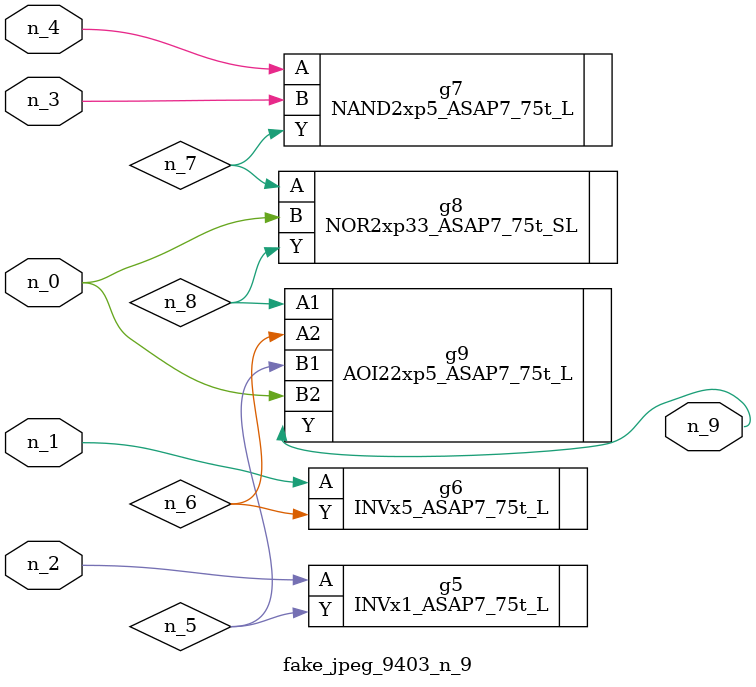
<source format=v>
module fake_jpeg_9403_n_9 (n_3, n_2, n_1, n_0, n_4, n_9);

input n_3;
input n_2;
input n_1;
input n_0;
input n_4;

output n_9;

wire n_8;
wire n_6;
wire n_5;
wire n_7;

INVx1_ASAP7_75t_L g5 ( 
.A(n_2),
.Y(n_5)
);

INVx5_ASAP7_75t_L g6 ( 
.A(n_1),
.Y(n_6)
);

NAND2xp5_ASAP7_75t_L g7 ( 
.A(n_4),
.B(n_3),
.Y(n_7)
);

NOR2xp33_ASAP7_75t_SL g8 ( 
.A(n_7),
.B(n_0),
.Y(n_8)
);

AOI22xp5_ASAP7_75t_L g9 ( 
.A1(n_8),
.A2(n_6),
.B1(n_5),
.B2(n_0),
.Y(n_9)
);


endmodule
</source>
